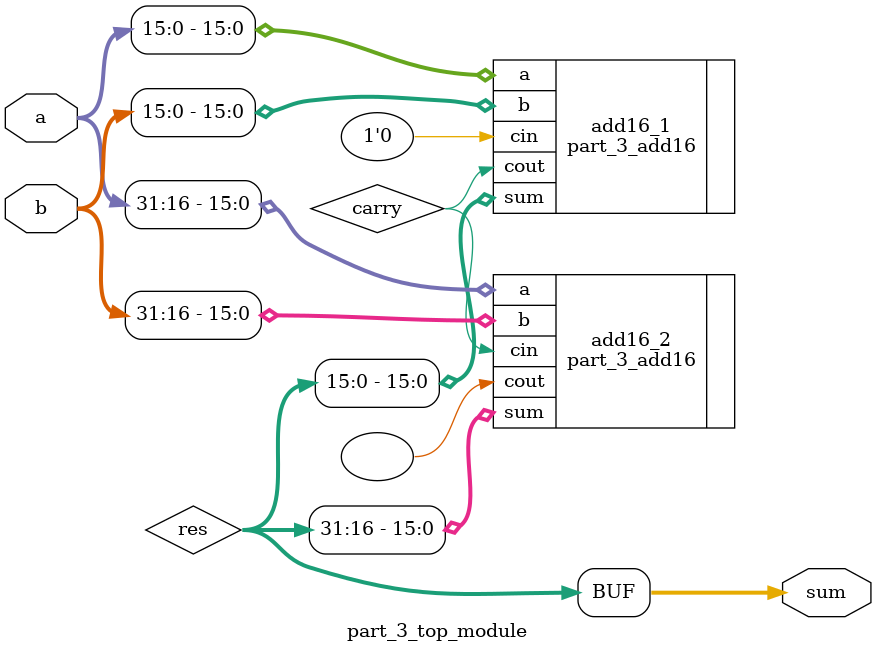
<source format=v>
module part_3_top_module (
    input [31:0] a,
    input [31:0] b,
    output [31:0] sum
);

wire [31:0] res;
wire carry;

part_3_add16 add16_1(.a(a[15:0]), .b(b[15:0]), .cin(1'b0), .sum(res[15:0]), .cout(carry));
part_3_add16 add16_2(.a(a[31:16]), .b(b[31:16]), .cin(carry), .sum(res[31:16]), .cout());

assign sum = res;

endmodule
</source>
